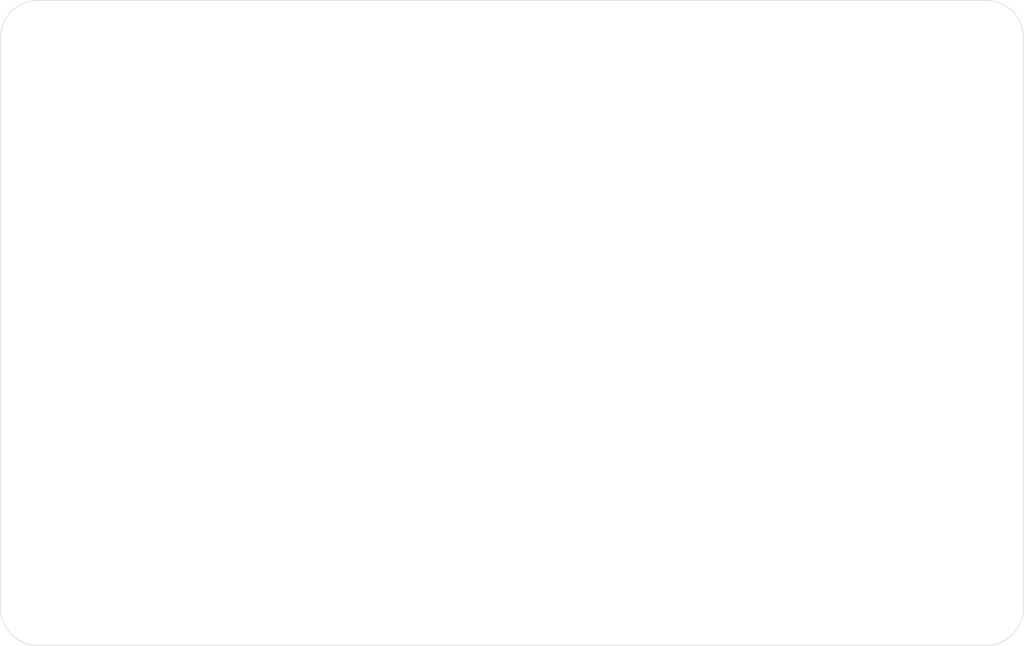
<source format=kicad_pcb>
(kicad_pcb (version 20171130) (host pcbnew "(5.1.9)-1")

  (general
    (thickness 1.6)
    (drawings 8)
    (tracks 0)
    (zones 0)
    (modules 0)
    (nets 1)
  )

  (page A4)
  (layers
    (0 F.Cu signal)
    (31 B.Cu signal)
    (32 B.Adhes user)
    (33 F.Adhes user)
    (34 B.Paste user)
    (35 F.Paste user)
    (36 B.SilkS user)
    (37 F.SilkS user)
    (38 B.Mask user)
    (39 F.Mask user)
    (40 Dwgs.User user)
    (41 Cmts.User user)
    (42 Eco1.User user)
    (43 Eco2.User user)
    (44 Edge.Cuts user)
    (45 Margin user)
    (46 B.CrtYd user)
    (47 F.CrtYd user)
    (48 B.Fab user)
    (49 F.Fab user)
  )

  (setup
    (last_trace_width 0.25)
    (user_trace_width 0.6)
    (trace_clearance 0.2)
    (zone_clearance 0.508)
    (zone_45_only no)
    (trace_min 0.2)
    (via_size 0.8)
    (via_drill 0.4)
    (via_min_size 0.4)
    (via_min_drill 0.3)
    (uvia_size 0.3)
    (uvia_drill 0.1)
    (uvias_allowed no)
    (uvia_min_size 0.2)
    (uvia_min_drill 0.1)
    (edge_width 0.05)
    (segment_width 0.2)
    (pcb_text_width 0.3)
    (pcb_text_size 1.5 1.5)
    (mod_edge_width 0.12)
    (mod_text_size 1 1)
    (mod_text_width 0.15)
    (pad_size 1.524 1.524)
    (pad_drill 0.762)
    (pad_to_mask_clearance 0)
    (aux_axis_origin 0 0)
    (visible_elements 7FFFFFFF)
    (pcbplotparams
      (layerselection 0x010fc_ffffffff)
      (usegerberextensions false)
      (usegerberattributes true)
      (usegerberadvancedattributes true)
      (creategerberjobfile true)
      (excludeedgelayer true)
      (linewidth 0.100000)
      (plotframeref false)
      (viasonmask false)
      (mode 1)
      (useauxorigin false)
      (hpglpennumber 1)
      (hpglpenspeed 20)
      (hpglpendiameter 15.000000)
      (psnegative false)
      (psa4output false)
      (plotreference true)
      (plotvalue true)
      (plotinvisibletext false)
      (padsonsilk false)
      (subtractmaskfromsilk false)
      (outputformat 1)
      (mirror false)
      (drillshape 1)
      (scaleselection 1)
      (outputdirectory ""))
  )

  (net 0 "")

  (net_class Default "This is the default net class."
    (clearance 0.2)
    (trace_width 0.25)
    (via_dia 0.8)
    (via_drill 0.4)
    (uvia_dia 0.3)
    (uvia_drill 0.1)
  )

  (gr_line (start 103.18 100) (end 182.42 100) (layer Edge.Cuts) (width 0.05) (tstamp 601526C8))
  (gr_line (start 185.6 49.2) (end 185.6 96.82) (layer Edge.Cuts) (width 0.05) (tstamp 601526BB))
  (gr_line (start 100 49.2) (end 100 96.82) (layer Edge.Cuts) (width 0.05) (tstamp 601526A9))
  (gr_line (start 103.18 46.02) (end 182.42 46.02) (layer Edge.Cuts) (width 0.05) (tstamp 60152665))
  (gr_arc (start 103.18 49.2) (end 103.18 46.02) (angle -90) (layer Edge.Cuts) (width 0.05) (tstamp 60152663))
  (gr_arc (start 182.42 49.2) (end 185.6 49.2) (angle -90) (layer Edge.Cuts) (width 0.05) (tstamp 60152662))
  (gr_arc (start 103.18 96.82) (end 100 96.82) (angle -90) (layer Edge.Cuts) (width 0.05) (tstamp 60152593))
  (gr_arc (start 182.42 96.82) (end 182.42 100) (angle -90) (layer Edge.Cuts) (width 0.05) (tstamp 60152593))

)

</source>
